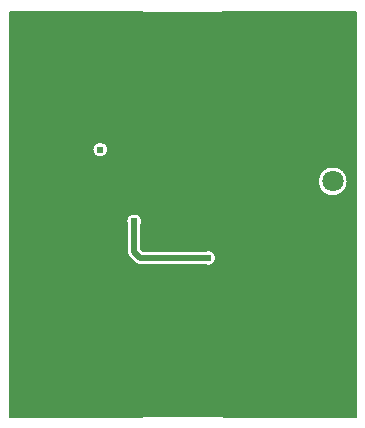
<source format=gbl>
G04 Layer: BottomLayer*
G04 EasyEDA Pro v2.2.45.4, 2025-12-28 23:20:17*
G04 Gerber Generator version 0.3*
G04 Scale: 100 percent, Rotated: No, Reflected: No*
G04 Dimensions in millimeters*
G04 Leading zeros omitted, absolute positions, 4 integers and 5 decimals*
G04 Generated by one-click*
%FSLAX45Y45*%
%MOMM*%
%ADD10C,0.2032*%
%ADD11R,5.0X5.0*%
%ADD12R,1.5X4.5*%
%ADD13C,0.61*%
%ADD14C,1.8*%
%ADD15C,5.0*%
%ADD16C,0.5185*%
%ADD17C,0.508*%
G75*


G04 Copper Start*
G36*
G01X10945114Y-4595114D02*
G01X12053714Y-4595114D01*
G01X12060911Y-4600228D01*
G01X12069140Y-4603426D01*
G01X12077901Y-4604515D01*
G01X12737899Y-4604515D01*
G01X12746660Y-4603426D01*
G01X12754889Y-4600228D01*
G01X12762086Y-4595114D01*
G01X13873486Y-4595114D01*
G01X13873486Y-8023486D01*
G01X12754729Y-8023486D01*
G01X12746572Y-8020351D01*
G01X12737899Y-8019285D01*
G01X12077901Y-8019285D01*
G01X12069228Y-8020351D01*
G01X12061071Y-8023486D01*
G01X10945114Y-8023486D01*
G01X10945114Y-6363102D01*
G01X11930881Y-6363102D01*
G01X11931307Y-6379348D01*
G01X11935671Y-6395003D01*
G01X11935671Y-6631135D01*
G01X11935671Y-6631135D01*
G01X11936848Y-6643078D01*
G01X11940331Y-6654561D01*
G01X11945988Y-6665144D01*
G01X11953600Y-6674420D01*
G01X12002665Y-6723485D01*
G01X12011941Y-6731098D01*
G01X12022524Y-6736754D01*
G01X12034008Y-6740238D01*
G01X12045950Y-6741414D01*
G01X12598297Y-6741414D01*
G01X12613952Y-6745779D01*
G01X12630198Y-6746205D01*
G01X12646060Y-6742666D01*
G01X12660586Y-6735376D01*
G01X12672901Y-6724772D01*
G01X12682268Y-6711490D01*
G01X12688123Y-6696330D01*
G01X12690114Y-6680200D01*
G01X12688123Y-6664070D01*
G01X12682268Y-6648910D01*
G01X12672901Y-6635628D01*
G01X12660586Y-6625024D01*
G01X12646060Y-6617734D01*
G01X12630198Y-6614195D01*
G01X12613952Y-6614621D01*
G01X12598297Y-6618986D01*
G01X12071306Y-6618986D01*
G01X12058099Y-6605780D01*
G01X12058099Y-6395003D01*
G01X12062464Y-6379348D01*
G01X12062890Y-6363102D01*
G01X12059352Y-6347239D01*
G01X12052061Y-6332714D01*
G01X12041457Y-6320399D01*
G01X12028176Y-6311032D01*
G01X12013015Y-6305177D01*
G01X11996885Y-6303186D01*
G01X11980756Y-6305177D01*
G01X11965595Y-6311032D01*
G01X11952314Y-6320399D01*
G01X11941709Y-6332714D01*
G01X11934419Y-6347239D01*
G01X11930881Y-6363102D01*
G01X10945114Y-6363102D01*
G01X10945114Y-6032500D01*
G01X13551786Y-6032500D01*
G01X13553697Y-6054347D01*
G01X13559373Y-6075531D01*
G01X13568642Y-6095407D01*
G01X13581221Y-6113372D01*
G01X13596728Y-6128879D01*
G01X13614693Y-6141458D01*
G01X13634569Y-6150727D01*
G01X13655753Y-6156403D01*
G01X13677600Y-6158314D01*
G01X13699447Y-6156403D01*
G01X13720631Y-6150727D01*
G01X13740507Y-6141458D01*
G01X13758472Y-6128879D01*
G01X13773979Y-6113372D01*
G01X13786558Y-6095407D01*
G01X13795827Y-6075531D01*
G01X13801503Y-6054347D01*
G01X13803414Y-6032500D01*
G01X13801503Y-6010653D01*
G01X13795827Y-5989469D01*
G01X13786558Y-5969593D01*
G01X13773979Y-5951628D01*
G01X13758472Y-5936121D01*
G01X13740507Y-5923542D01*
G01X13720631Y-5914273D01*
G01X13699447Y-5908597D01*
G01X13677600Y-5906686D01*
G01X13655753Y-5908597D01*
G01X13634569Y-5914273D01*
G01X13614693Y-5923542D01*
G01X13596728Y-5936121D01*
G01X13581221Y-5951628D01*
G01X13568642Y-5969593D01*
G01X13559373Y-5989469D01*
G01X13553697Y-6010653D01*
G01X13551786Y-6032500D01*
G01X13551786Y-6032500D01*
G01X10945114Y-6032500D01*
G01X10945114Y-5763467D01*
G01X11643086Y-5763467D01*
G01X11645013Y-5779337D01*
G01X11650682Y-5794284D01*
G01X11659763Y-5807441D01*
G01X11671729Y-5818042D01*
G01X11685885Y-5825471D01*
G01X11701407Y-5829297D01*
G01X11717393Y-5829297D01*
G01X11732915Y-5825471D01*
G01X11747071Y-5818042D01*
G01X11759037Y-5807441D01*
G01X11768118Y-5794284D01*
G01X11773787Y-5779337D01*
G01X11775714Y-5763467D01*
G01X11773787Y-5747597D01*
G01X11768118Y-5732649D01*
G01X11759037Y-5719492D01*
G01X11747071Y-5708891D01*
G01X11732915Y-5701462D01*
G01X11717393Y-5697636D01*
G01X11701407Y-5697636D01*
G01X11685885Y-5701462D01*
G01X11671729Y-5708891D01*
G01X11659763Y-5719492D01*
G01X11650682Y-5732649D01*
G01X11645013Y-5747597D01*
G01X11643086Y-5763467D01*
G01X11643086Y-5763467D01*
G01X10945114Y-5763467D01*
G01X10945114Y-4595114D01*
G37*
G54D10*
G01X10945114Y-4595114D02*
G01X12053714Y-4595114D01*
G03X12077901Y-4604515I24186J26413D01*
G01X12737899Y-4604515D01*
G03X12762086Y-4595114I0J35814D01*
G01X13873486Y-4595114D01*
G01X13873486Y-8023486D01*
G01X12754729Y-8023486D01*
G03X12737899Y-8019285I-16830J-31613D01*
G01X12077901Y-8019285D01*
G03X12061071Y-8023486I0J-35814D01*
G01X10945114Y-8023486D01*
G01X10945114Y-4595114D01*
G01X11643086Y-5763467D02*
G03X11775714Y-5763467I66314J0D01*
G03X11643086Y-5763467I-66314J0D01*
G01X11935671Y-6631135D02*
G03X11953600Y-6674420I61214J0D01*
G01X12002665Y-6723485D01*
G03X12045950Y-6741414I43285J43285D01*
G01X12598297Y-6741414D01*
G03X12690114Y-6680200I25503J61214D01*
G03X12598297Y-6618986I-66314J0D01*
G01X12071306Y-6618986D01*
G01X12058099Y-6605780D01*
G01X12058099Y-6395003D01*
G03X11996885Y-6303186I-61214J25503D01*
G03X11935671Y-6395003I0J-66314D01*
G01X11935671Y-6631135D01*
G01X13551786Y-6032500D02*
G03X13803414Y-6032500I125814J0D01*
G03X13551786Y-6032500I-125814J0D01*
G04 Copper End*

G04 Pad Start*
G54D11*
G01X12357100Y-6311900D03*
G54D12*
G01X12152897Y-4815000D03*
G01X12662903Y-4815000D03*
G01X12662903Y-7800000D03*
G01X12152897Y-7800000D03*
G04 Pad End*

G04 Via Start*
G54D13*
G01X12302490Y-6320790D03*
G01X12363000Y-6319500D03*
G01X12241530Y-6322060D03*
G01X12423852Y-6319500D03*
G01X12484238Y-6319500D03*
G01X12241646Y-6261192D03*
G01X12302606Y-6259922D03*
G01X12363116Y-6258632D03*
G01X12423968Y-6258632D03*
G01X12484354Y-6258632D03*
G01X12241646Y-6383691D03*
G01X12302606Y-6382421D03*
G01X12363116Y-6381130D03*
G01X12423968Y-6381130D03*
G01X12484354Y-6381130D03*
G01X12241646Y-6200482D03*
G01X12302606Y-6199212D03*
G01X12363116Y-6197922D03*
G01X12423968Y-6197922D03*
G01X12484354Y-6197922D03*
G01X12241646Y-6444077D03*
G01X12302606Y-6442807D03*
G01X12363116Y-6441517D03*
G01X12423968Y-6441517D03*
G01X12484354Y-6441517D03*
G01X11996885Y-6369500D03*
G01X12623800Y-6680200D03*
G54D14*
G01X13677600Y-6032500D03*
G01X13769300Y-5816600D03*
G54D13*
G01X11709400Y-5763467D03*
G54D15*
G01X11209300Y-4859300D03*
G01X13609300Y-7759300D03*
G01X13609300Y-4859300D03*
G01X11209300Y-7759300D03*
G54D13*
G01X12319000Y-6946900D03*
G01X12319000Y-6769100D03*
G01X12319000Y-6858000D03*
G01X12522200Y-6769100D03*
G01X12522200Y-6858000D03*
G01X12522200Y-6946900D03*
G01X12319000Y-7048500D03*
G01X12268200Y-7124700D03*
G01X12268200Y-7203735D03*
G01X12268200Y-7289800D03*
G01X12268200Y-7378700D03*
G01X12268200Y-7464579D03*
G01X12014200Y-7531100D03*
G01X12014200Y-7620000D03*
G01X12014200Y-7721600D03*
G01X12014200Y-7810500D03*
G01X12014200Y-7899400D03*
G01X12014200Y-7988300D03*
G01X12547600Y-7188200D03*
G01X12547600Y-7277100D03*
G01X12547600Y-7366000D03*
G01X12547600Y-7454900D03*
G01X12801600Y-7531100D03*
G01X12801600Y-7620000D03*
G01X12801600Y-7721600D03*
G01X12801600Y-7810500D03*
G01X12801600Y-7899400D03*
G01X12801600Y-7988300D03*
G01X12598400Y-6972300D03*
G01X12674600Y-6972300D03*
G01X12623800Y-7188200D03*
G01X12839700Y-7048500D03*
G01X12776200Y-6972300D03*
G01X12776200Y-7188200D03*
G01X12700000Y-7188200D03*
G01X12217400Y-5969000D03*
G01X12306300Y-5969000D03*
G01X12115800Y-5969000D03*
G01X12001500Y-6070600D03*
G01X12001500Y-6159500D03*
G01X12001500Y-6248400D03*
G01X12306300Y-5880100D03*
G01X12306300Y-5803900D03*
G01X12306300Y-5727700D03*
G01X12217400Y-5727700D03*
G01X12128500Y-5727700D03*
G01X12217400Y-5524500D03*
G01X12128959Y-5524500D03*
G01X12255500Y-5461000D03*
G01X12255500Y-5384800D03*
G01X12255500Y-5308600D03*
G01X12255500Y-5232400D03*
G01X12255500Y-5156200D03*
G01X12001500Y-5080000D03*
G01X12001500Y-5003800D03*
G01X12001500Y-4927600D03*
G01X12001500Y-4853188D03*
G01X12001500Y-4775200D03*
G01X12001500Y-4699000D03*
G01X12001500Y-4624584D03*
G01X12814300Y-4622800D03*
G01X12814300Y-4699000D03*
G01X12814300Y-4776064D03*
G01X12814300Y-4851400D03*
G01X12814300Y-4926852D03*
G01X12814300Y-5003800D03*
G01X12814300Y-5080000D03*
G01X12560300Y-5156200D03*
G01X12560300Y-5232400D03*
G01X12560300Y-5308600D03*
G01X12560300Y-5384800D03*
G01X12560300Y-5460146D03*
G01X12560300Y-5539940D03*
G01X12496800Y-5689600D03*
G01X12496800Y-5600700D03*
G01X12496800Y-5778500D03*
G01X12077700Y-5080000D03*
G01X12255500Y-5080000D03*
G01X12166600Y-5080000D03*
G01X12560300Y-5080000D03*
G01X12725400Y-5080000D03*
G01X12645607Y-5080000D03*
G01X12103100Y-7531100D03*
G01X12192000Y-7531100D03*
G01X12268200Y-7531100D03*
G01X12547600Y-7531100D03*
G01X12628354Y-7531100D03*
G01X12718894Y-7531100D03*
G01X12039600Y-5524500D03*
G01X11963400Y-5524500D03*
G01X11963400Y-5626100D03*
G01X11963400Y-5727179D03*
G01X12039600Y-5727700D03*
G01X12509500Y-5880100D03*
G01X12509500Y-5969000D03*
G01X12598400Y-5969000D03*
G01X12688967Y-5969000D03*
G01X12776200Y-5969000D03*
G01X12839700Y-5930900D03*
G01X12700000Y-5829300D03*
G01X12115800Y-6769100D03*
G01X12115800Y-6845300D03*
G01X12039600Y-6845300D03*
G01X11970661Y-6845300D03*
G01X11899900Y-6845300D03*
G01X11823700Y-6845300D03*
G01X12611100Y-6832600D03*
G01X12687300Y-6896100D03*
G01X11544300Y-6718300D03*
G01X11620500Y-6718300D03*
G01X11696700Y-6718300D03*
G01X11772900Y-6718300D03*
G01X11823700Y-6769100D03*
G01X11836400Y-6680200D03*
G01X11912600Y-6680200D03*
G01X11965500Y-6740059D03*
G01X12039600Y-6769100D03*
G01X12598400Y-5829300D03*
G01X13144500Y-5105400D03*
G01X13144500Y-5359400D03*
G01X13140411Y-5589235D03*
G01X13716000Y-5194300D03*
G01X12954000Y-5105400D03*
G01X12979400Y-5588000D03*
G01X12966700Y-5359400D03*
G01X12750800Y-6629400D03*
G01X12814300Y-6692900D03*
G01X12877800Y-6756400D03*
G01X13271500Y-6781800D03*
G01X13347700Y-6870700D03*
G01X13347700Y-7073900D03*
G01X13144500Y-7340600D03*
G01X12992100Y-7200900D03*
G01X13284200Y-5867400D03*
G01X13284200Y-5956300D03*
G01X13284200Y-6045200D03*
G01X13347700Y-5867400D03*
G01X13411200Y-5930900D03*
G01X13474700Y-5981700D03*
G01X13500100Y-6050714D03*
G01X13525500Y-6134100D03*
G01X13373100Y-6134100D03*
G01X13291581Y-6134100D03*
G01X13449300Y-6134100D03*
G01X13576300Y-6210300D03*
G01X13576300Y-6299200D03*
G01X13576300Y-6388100D03*
G01X13576300Y-6477000D03*
G01X13576300Y-6565900D03*
G01X13576300Y-6654800D03*
G01X13576300Y-6743700D03*
G01X13512800Y-6807200D03*
G01X13449300Y-6870700D03*
G01X13449300Y-7073900D03*
G01X13550900Y-7073900D03*
G01X13627100Y-6997700D03*
G01X13703300Y-6921500D03*
G01X13766800Y-6845300D03*
G01X13779500Y-6743700D03*
G01X13779500Y-6655440D03*
G01X13779500Y-6566330D03*
G01X13779500Y-6477000D03*
G01X13779500Y-6388100D03*
G01X13779500Y-6299200D03*
G01X13779500Y-6210300D03*
G01X13817600Y-6134100D03*
G01X13347700Y-7200900D03*
G01X11531600Y-5461000D03*
G01X11633200Y-5461000D03*
G01X11734800Y-5461000D03*
G01X11798300Y-5524500D03*
G01X11823700Y-5613400D03*
G01X11823700Y-5702300D03*
G01X11823700Y-5791200D03*
G01X11823700Y-5791200D03*
G01X11849100Y-5864753D03*
G01X11849100Y-5956300D03*
G01X11849100Y-6035337D03*
G01X11849100Y-6115100D03*
G01X11849100Y-6197600D03*
G01X11912600Y-6248400D03*
G01X11417300Y-5461000D03*
G01X11194960Y-5664200D03*
G01X11214100Y-5854700D03*
G01X11112500Y-5664200D03*
G01X10998200Y-5753100D03*
G01X10998200Y-5668876D03*
G01X10998200Y-5842000D03*
G01X10998200Y-5934339D03*
G01X11036300Y-6019800D03*
G01X11112500Y-6083300D03*
G01X11201400Y-6083300D03*
G01X11201400Y-6159500D03*
G01X11201400Y-6248400D03*
G01X11201400Y-6333484D03*
G01X11201400Y-6413500D03*
G01X11201400Y-6502400D03*
G01X11201400Y-6591300D03*
G01X11201400Y-6680200D03*
G01X11201400Y-6781800D03*
G01X11201400Y-6870700D03*
G01X11201400Y-6959600D03*
G01X11252200Y-7023100D03*
G01X11328400Y-7061200D03*
G01X11430000Y-7061200D03*
G01X11518900Y-7061200D03*
G01X11607800Y-7061200D03*
G01X11696700Y-7061200D03*
G01X11785600Y-7061200D03*
G01X11874500Y-7061200D03*
G01X11963400Y-7061200D03*
G01X12052300Y-7061200D03*
G01X12141200Y-7061200D03*
G01X12230100Y-7061200D03*
G01X11417300Y-5842000D03*
G01X11595100Y-5854700D03*
G01X11595100Y-6108700D03*
G01X11417300Y-6108700D03*
G01X11513820Y-6268720D03*
G01X11513820Y-6380480D03*
G01X12776200Y-5867400D03*
G01X12674600Y-5219700D03*
G01X12674600Y-5308600D03*
G01X12763500Y-5308600D03*
G01X12763500Y-5384800D03*
G01X12763500Y-5461000D03*
G01X12649200Y-5537200D03*
G01X12763500Y-5537200D03*
G01X12001500Y-5969000D03*
G01X12890500Y-7124700D03*
G01X12992100Y-7289800D03*
G01X13055600Y-7340600D03*
G01X13246100Y-7340600D03*
G01X13335000Y-7289800D03*
G01X12928600Y-6819900D03*
G01X11176000Y-5575300D03*
G01X11290300Y-5461000D03*
G01X11176000Y-5461000D03*
G01X13055600Y-6870700D03*
G04 Via End*

G04 Track Start*
G54D17*
G01X11996885Y-6369500D02*
G01X11996885Y-6631135D01*
G01X12045950Y-6680200D01*
G01X12623800Y-6680200D01*
G04 Track End*

M02*


</source>
